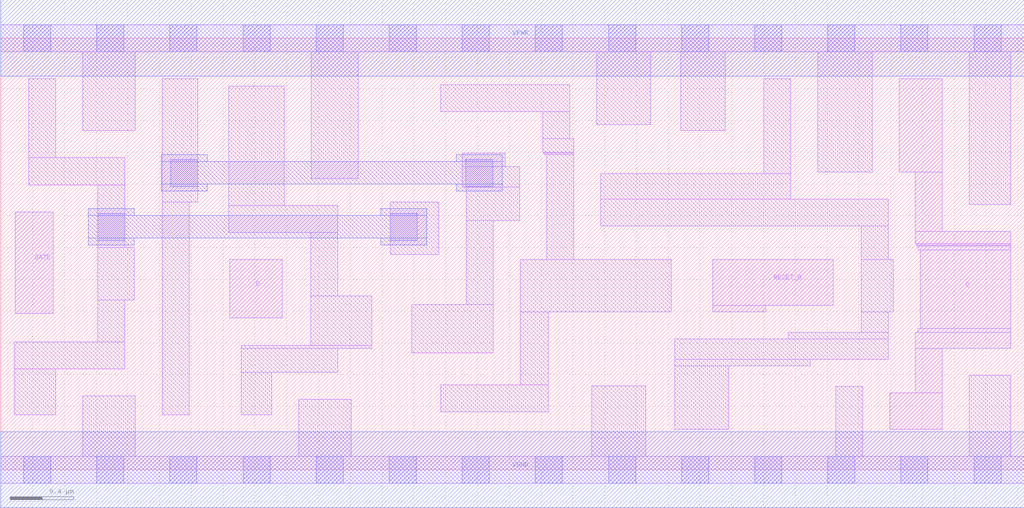
<source format=lef>
# Copyright 2020 The SkyWater PDK Authors
#
# Licensed under the Apache License, Version 2.0 (the "License");
# you may not use this file except in compliance with the License.
# You may obtain a copy of the License at
#
#     https://www.apache.org/licenses/LICENSE-2.0
#
# Unless required by applicable law or agreed to in writing, software
# distributed under the License is distributed on an "AS IS" BASIS,
# WITHOUT WARRANTIES OR CONDITIONS OF ANY KIND, either express or implied.
# See the License for the specific language governing permissions and
# limitations under the License.
#
# SPDX-License-Identifier: Apache-2.0

VERSION 5.7 ;
  NAMESCASESENSITIVE ON ;
  NOWIREEXTENSIONATPIN ON ;
  DIVIDERCHAR "/" ;
  BUSBITCHARS "[]" ;
UNITS
  DATABASE MICRONS 200 ;
END UNITS
MACRO sky130_fd_sc_hd__dlrtp_2
  CLASS CORE ;
  SOURCE USER ;
  FOREIGN sky130_fd_sc_hd__dlrtp_2 ;
  ORIGIN  0.000000  0.000000 ;
  SIZE  6.440000 BY  2.720000 ;
  SYMMETRY X Y R90 ;
  SITE unithd ;
  PIN D
    ANTENNAGATEAREA  0.159000 ;
    DIRECTION INPUT ;
    USE SIGNAL ;
    PORT
      LAYER li1 ;
        RECT 1.440000 0.955000 1.770000 1.325000 ;
    END
  END D
  PIN Q
    ANTENNADIFFAREA  0.480500 ;
    DIRECTION OUTPUT ;
    USE SIGNAL ;
    PORT
      LAYER li1 ;
        RECT 5.595000 0.255000 5.925000 0.485000 ;
        RECT 5.655000 1.875000 5.925000 2.465000 ;
        RECT 5.755000 0.485000 5.925000 0.765000 ;
        RECT 5.755000 0.765000 6.355000 0.865000 ;
        RECT 5.755000 1.425000 6.355000 1.500000 ;
        RECT 5.755000 1.500000 5.925000 1.875000 ;
        RECT 5.760000 1.415000 6.355000 1.425000 ;
        RECT 5.765000 1.410000 6.355000 1.415000 ;
        RECT 5.770000 0.865000 6.355000 0.890000 ;
        RECT 5.775000 1.385000 6.355000 1.410000 ;
        RECT 5.785000 0.890000 6.355000 1.385000 ;
    END
  END Q
  PIN RESET_B
    ANTENNAGATEAREA  0.247500 ;
    DIRECTION INPUT ;
    USE SIGNAL ;
    PORT
      LAYER li1 ;
        RECT 4.480000 0.995000 4.815000 1.035000 ;
        RECT 4.480000 1.035000 5.240000 1.325000 ;
    END
  END RESET_B
  PIN GATE
    ANTENNAGATEAREA  0.159000 ;
    DIRECTION INPUT ;
    USE CLOCK ;
    PORT
      LAYER li1 ;
        RECT 0.090000 0.985000 0.330000 1.625000 ;
    END
  END GATE
  PIN VGND
    DIRECTION INOUT ;
    SHAPE ABUTMENT ;
    USE GROUND ;
    PORT
      LAYER met1 ;
        RECT 0.000000 -0.240000 6.440000 0.240000 ;
    END
  END VGND
  PIN VPWR
    DIRECTION INOUT ;
    SHAPE ABUTMENT ;
    USE POWER ;
    PORT
      LAYER met1 ;
        RECT 0.000000 2.480000 6.440000 2.960000 ;
    END
  END VPWR
  OBS
    LAYER li1 ;
      RECT 0.000000 -0.085000 6.440000 0.085000 ;
      RECT 0.000000  2.635000 6.440000 2.805000 ;
      RECT 0.085000  0.345000 0.345000 0.635000 ;
      RECT 0.085000  0.635000 0.780000 0.805000 ;
      RECT 0.175000  1.795000 0.780000 1.965000 ;
      RECT 0.175000  1.965000 0.345000 2.465000 ;
      RECT 0.515000  0.085000 0.845000 0.465000 ;
      RECT 0.515000  2.135000 0.845000 2.635000 ;
      RECT 0.610000  0.805000 0.780000 1.070000 ;
      RECT 0.610000  1.070000 0.840000 1.400000 ;
      RECT 0.610000  1.400000 0.780000 1.795000 ;
      RECT 1.015000  0.345000 1.185000 1.685000 ;
      RECT 1.015000  1.685000 1.240000 2.465000 ;
      RECT 1.435000  1.495000 2.120000 1.665000 ;
      RECT 1.435000  1.665000 1.785000 2.415000 ;
      RECT 1.515000  0.345000 1.705000 0.615000 ;
      RECT 1.515000  0.615000 2.120000 0.765000 ;
      RECT 1.515000  0.765000 2.335000 0.785000 ;
      RECT 1.875000  0.085000 2.205000 0.445000 ;
      RECT 1.950000  0.785000 2.335000 1.095000 ;
      RECT 1.950000  1.095000 2.120000 1.495000 ;
      RECT 1.955000  1.835000 2.250000 2.635000 ;
      RECT 2.450000  1.355000 2.755000 1.685000 ;
      RECT 2.585000  0.735000 3.100000 1.040000 ;
      RECT 2.770000  0.365000 3.445000 0.535000 ;
      RECT 2.770000  2.255000 3.580000 2.425000 ;
      RECT 2.905000  1.780000 3.265000 1.910000 ;
      RECT 2.905000  1.910000 3.175000 1.995000 ;
      RECT 2.930000  1.040000 3.100000 1.570000 ;
      RECT 2.930000  1.570000 3.265000 1.780000 ;
      RECT 3.270000  0.535000 3.445000 0.995000 ;
      RECT 3.270000  0.995000 4.220000 1.325000 ;
      RECT 3.410000  2.000000 3.605000 2.085000 ;
      RECT 3.410000  2.085000 3.580000 2.255000 ;
      RECT 3.415000  1.995000 3.605000 2.000000 ;
      RECT 3.420000  1.985000 3.605000 1.995000 ;
      RECT 3.435000  1.325000 3.605000 1.985000 ;
      RECT 3.720000  0.085000 4.060000 0.530000 ;
      RECT 3.750000  2.175000 4.090000 2.635000 ;
      RECT 3.775000  1.535000 5.585000 1.705000 ;
      RECT 3.775000  1.705000 4.970000 1.865000 ;
      RECT 4.240000  0.255000 4.580000 0.655000 ;
      RECT 4.240000  0.655000 5.095000 0.695000 ;
      RECT 4.240000  0.695000 5.585000 0.825000 ;
      RECT 4.280000  2.135000 4.560000 2.635000 ;
      RECT 4.800000  1.865000 4.970000 2.465000 ;
      RECT 4.955000  0.825000 5.585000 0.865000 ;
      RECT 5.140000  1.875000 5.485000 2.635000 ;
      RECT 5.255000  0.085000 5.425000 0.525000 ;
      RECT 5.415000  0.865000 5.585000 0.995000 ;
      RECT 5.415000  0.995000 5.615000 1.325000 ;
      RECT 5.415000  1.325000 5.585000 1.535000 ;
      RECT 6.095000  0.085000 6.355000 0.595000 ;
      RECT 6.095000  1.670000 6.355000 2.635000 ;
    LAYER mcon ;
      RECT 0.145000 -0.085000 0.315000 0.085000 ;
      RECT 0.145000  2.635000 0.315000 2.805000 ;
      RECT 0.605000 -0.085000 0.775000 0.085000 ;
      RECT 0.605000  2.635000 0.775000 2.805000 ;
      RECT 0.610000  1.445000 0.780000 1.615000 ;
      RECT 1.065000 -0.085000 1.235000 0.085000 ;
      RECT 1.065000  2.635000 1.235000 2.805000 ;
      RECT 1.070000  1.785000 1.240000 1.955000 ;
      RECT 1.525000 -0.085000 1.695000 0.085000 ;
      RECT 1.525000  2.635000 1.695000 2.805000 ;
      RECT 1.985000 -0.085000 2.155000 0.085000 ;
      RECT 1.985000  2.635000 2.155000 2.805000 ;
      RECT 2.445000 -0.085000 2.615000 0.085000 ;
      RECT 2.445000  2.635000 2.615000 2.805000 ;
      RECT 2.450000  1.445000 2.620000 1.615000 ;
      RECT 2.905000 -0.085000 3.075000 0.085000 ;
      RECT 2.905000  2.635000 3.075000 2.805000 ;
      RECT 2.925000  1.785000 3.095000 1.955000 ;
      RECT 3.365000 -0.085000 3.535000 0.085000 ;
      RECT 3.365000  2.635000 3.535000 2.805000 ;
      RECT 3.825000 -0.085000 3.995000 0.085000 ;
      RECT 3.825000  2.635000 3.995000 2.805000 ;
      RECT 4.285000 -0.085000 4.455000 0.085000 ;
      RECT 4.285000  2.635000 4.455000 2.805000 ;
      RECT 4.745000 -0.085000 4.915000 0.085000 ;
      RECT 4.745000  2.635000 4.915000 2.805000 ;
      RECT 5.205000 -0.085000 5.375000 0.085000 ;
      RECT 5.205000  2.635000 5.375000 2.805000 ;
      RECT 5.665000 -0.085000 5.835000 0.085000 ;
      RECT 5.665000  2.635000 5.835000 2.805000 ;
      RECT 6.125000 -0.085000 6.295000 0.085000 ;
      RECT 6.125000  2.635000 6.295000 2.805000 ;
    LAYER met1 ;
      RECT 0.550000 1.415000 0.840000 1.460000 ;
      RECT 0.550000 1.460000 2.680000 1.600000 ;
      RECT 0.550000 1.600000 0.840000 1.645000 ;
      RECT 1.010000 1.755000 1.300000 1.800000 ;
      RECT 1.010000 1.800000 3.155000 1.940000 ;
      RECT 1.010000 1.940000 1.300000 1.985000 ;
      RECT 2.390000 1.415000 2.680000 1.460000 ;
      RECT 2.390000 1.600000 2.680000 1.645000 ;
      RECT 2.865000 1.755000 3.155000 1.800000 ;
      RECT 2.865000 1.940000 3.155000 1.985000 ;
  END
END sky130_fd_sc_hd__dlrtp_2

</source>
